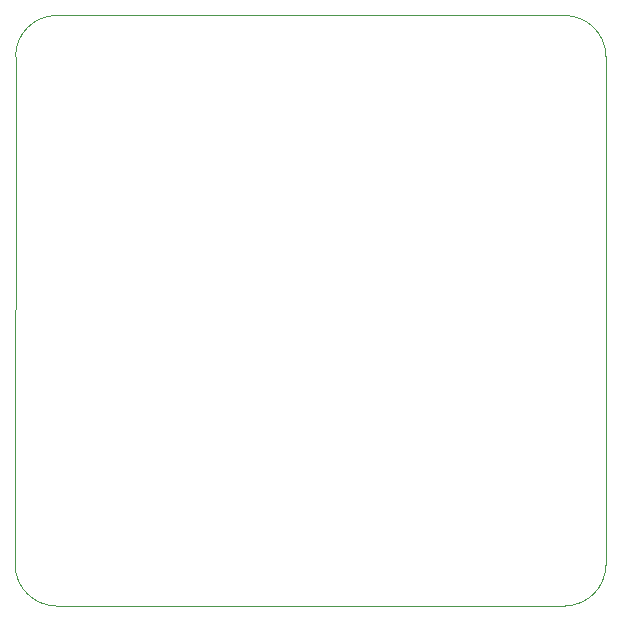
<source format=gm1>
%TF.GenerationSoftware,KiCad,Pcbnew,9.0.0*%
%TF.CreationDate,2025-03-25T12:29:50+03:00*%
%TF.ProjectId,Autopilot DronmarketV2,4175746f-7069-46c6-9f74-2044726f6e6d,rev?*%
%TF.SameCoordinates,Original*%
%TF.FileFunction,Profile,NP*%
%FSLAX46Y46*%
G04 Gerber Fmt 4.6, Leading zero omitted, Abs format (unit mm)*
G04 Created by KiCad (PCBNEW 9.0.0) date 2025-03-25 12:29:50*
%MOMM*%
%LPD*%
G01*
G04 APERTURE LIST*
%TA.AperFunction,Profile*%
%ADD10C,0.050000*%
%TD*%
G04 APERTURE END LIST*
D10*
X196544076Y-99994382D02*
X153475000Y-99999999D01*
X153484948Y-49999988D02*
X196509900Y-50009600D01*
X153475000Y-100000000D02*
G75*
G02*
X149980640Y-96525192I15100J3509600D01*
G01*
X149980641Y-96525192D02*
X150019379Y-53490100D01*
X200009805Y-53482037D02*
X200000000Y-96509900D01*
X200000000Y-96509891D02*
G75*
G02*
X196542842Y-99994392I-3484600J-9D01*
G01*
X150019379Y-53490109D02*
G75*
G02*
X153481808Y-49999990I3490221J9D01*
G01*
X196500000Y-50009600D02*
G75*
G02*
X200009805Y-53482037I9900J-3500000D01*
G01*
M02*

</source>
